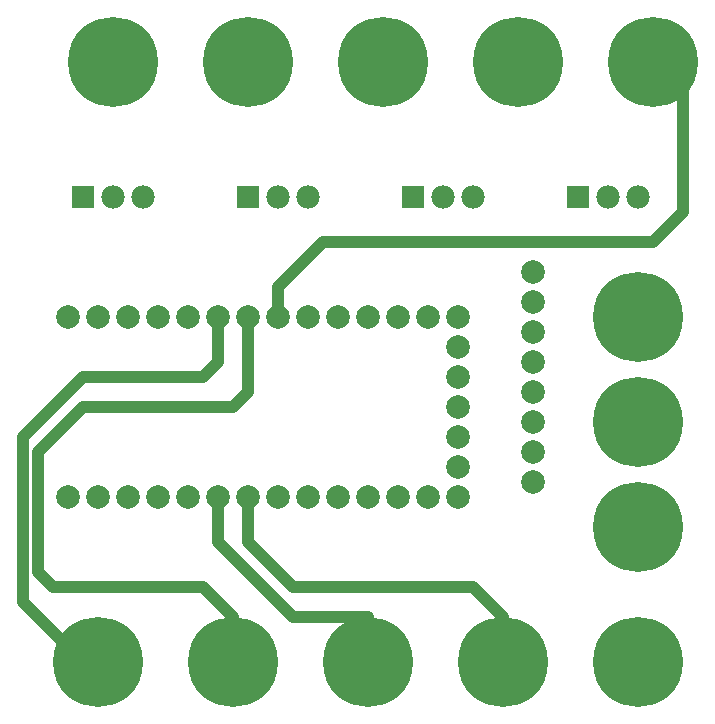
<source format=gbl>
G04 #@! TF.GenerationSoftware,KiCad,Pcbnew,(5.1.10)-1*
G04 #@! TF.CreationDate,2022-02-18T16:50:56-06:00*
G04 #@! TF.ProjectId,MainBoard,4d61696e-426f-4617-9264-2e6b69636164,rev?*
G04 #@! TF.SameCoordinates,Original*
G04 #@! TF.FileFunction,Copper,L4,Bot*
G04 #@! TF.FilePolarity,Positive*
%FSLAX46Y46*%
G04 Gerber Fmt 4.6, Leading zero omitted, Abs format (unit mm)*
G04 Created by KiCad (PCBNEW (5.1.10)-1) date 2022-02-18 16:50:56*
%MOMM*%
%LPD*%
G01*
G04 APERTURE LIST*
G04 #@! TA.AperFunction,ComponentPad*
%ADD10C,2.000000*%
G04 #@! TD*
G04 #@! TA.AperFunction,ComponentPad*
%ADD11C,7.620000*%
G04 #@! TD*
G04 #@! TA.AperFunction,ComponentPad*
%ADD12C,1.980000*%
G04 #@! TD*
G04 #@! TA.AperFunction,ComponentPad*
%ADD13R,1.980000X1.980000*%
G04 #@! TD*
G04 #@! TA.AperFunction,Conductor*
%ADD14C,1.000000*%
G04 #@! TD*
G04 APERTURE END LIST*
D10*
X58420000Y-57150000D03*
X58420000Y-54610000D03*
X58420000Y-52070000D03*
X58420000Y-49530000D03*
X58420000Y-46990000D03*
X58420000Y-44450000D03*
X58420000Y-41910000D03*
X58420000Y-39370000D03*
D11*
X67310000Y-43180000D03*
D12*
X53360000Y-33020000D03*
X50810000Y-33020000D03*
D13*
X48260000Y-33020000D03*
D12*
X25420000Y-33020000D03*
X22870000Y-33020000D03*
D13*
X20320000Y-33020000D03*
D11*
X67310000Y-52070000D03*
X67310000Y-60960000D03*
X67310000Y-72390000D03*
X55880000Y-72390000D03*
X44450000Y-72390000D03*
X33020000Y-72390000D03*
X21590000Y-72390000D03*
X68580000Y-21590000D03*
X57150000Y-21590000D03*
X45720000Y-21590000D03*
X34290000Y-21590000D03*
X22860000Y-21590000D03*
D10*
X52070000Y-55880000D03*
X52070000Y-53340000D03*
X52070000Y-50800000D03*
X52070000Y-48260000D03*
X52070000Y-45720000D03*
X52070000Y-58420000D03*
X52070000Y-43180000D03*
X49530000Y-58420000D03*
X49530000Y-43180000D03*
X46990000Y-58420000D03*
X46990000Y-43180000D03*
X44450000Y-58420000D03*
X44450000Y-43180000D03*
X41910000Y-58420000D03*
X41910000Y-43180000D03*
X39370000Y-58420000D03*
X39370000Y-43180000D03*
X36830000Y-58420000D03*
X36830000Y-43180000D03*
X34290000Y-58420000D03*
X34290000Y-43180000D03*
X31750000Y-58420000D03*
X31750000Y-43180000D03*
X29210000Y-58420000D03*
X29210000Y-43180000D03*
X26670000Y-58420000D03*
X26670000Y-43180000D03*
X24130000Y-58420000D03*
X24130000Y-43180000D03*
X21590000Y-58420000D03*
X21590000Y-43180000D03*
X19050000Y-58420000D03*
X19050000Y-43180000D03*
D12*
X67330000Y-33020000D03*
X64780000Y-33020000D03*
D13*
X62230000Y-33020000D03*
D12*
X39390000Y-33020000D03*
X36840000Y-33020000D03*
D13*
X34290000Y-33020000D03*
D14*
X36830000Y-43180000D02*
X36830000Y-40640000D01*
X69850000Y-22860000D02*
X68580000Y-21590000D01*
X71120000Y-24130000D02*
X69850000Y-22860000D01*
X71120000Y-34290000D02*
X71120000Y-24130000D01*
X68580000Y-36830000D02*
X71120000Y-34290000D01*
X40640000Y-36830000D02*
X68580000Y-36830000D01*
X36830000Y-40640000D02*
X40640000Y-36830000D01*
X34290000Y-58420000D02*
X34290000Y-62230000D01*
X55880000Y-68580000D02*
X55880000Y-72390000D01*
X53340000Y-66040000D02*
X55880000Y-68580000D01*
X38100000Y-66040000D02*
X53340000Y-66040000D01*
X34290000Y-62230000D02*
X38100000Y-66040000D01*
X31750000Y-58420000D02*
X31750000Y-62230000D01*
X44450000Y-68580000D02*
X44450000Y-72390000D01*
X38100000Y-68580000D02*
X44450000Y-68580000D01*
X31750000Y-62230000D02*
X38100000Y-68580000D01*
X33020000Y-72390000D02*
X33020000Y-68580000D01*
X34290000Y-49530000D02*
X34290000Y-43180000D01*
X33020000Y-50800000D02*
X34290000Y-49530000D01*
X20320000Y-50800000D02*
X33020000Y-50800000D01*
X16510000Y-54610000D02*
X20320000Y-50800000D01*
X16510000Y-64770000D02*
X16510000Y-54610000D01*
X17780000Y-66040000D02*
X16510000Y-64770000D01*
X30480000Y-66040000D02*
X17780000Y-66040000D01*
X33020000Y-68580000D02*
X30480000Y-66040000D01*
X31750000Y-43180000D02*
X31750000Y-46990000D01*
X20320000Y-72390000D02*
X21590000Y-72390000D01*
X15240000Y-67310000D02*
X20320000Y-72390000D01*
X15240000Y-53340000D02*
X15240000Y-67310000D01*
X20320000Y-48260000D02*
X15240000Y-53340000D01*
X30480000Y-48260000D02*
X20320000Y-48260000D01*
X31750000Y-46990000D02*
X30480000Y-48260000D01*
M02*

</source>
